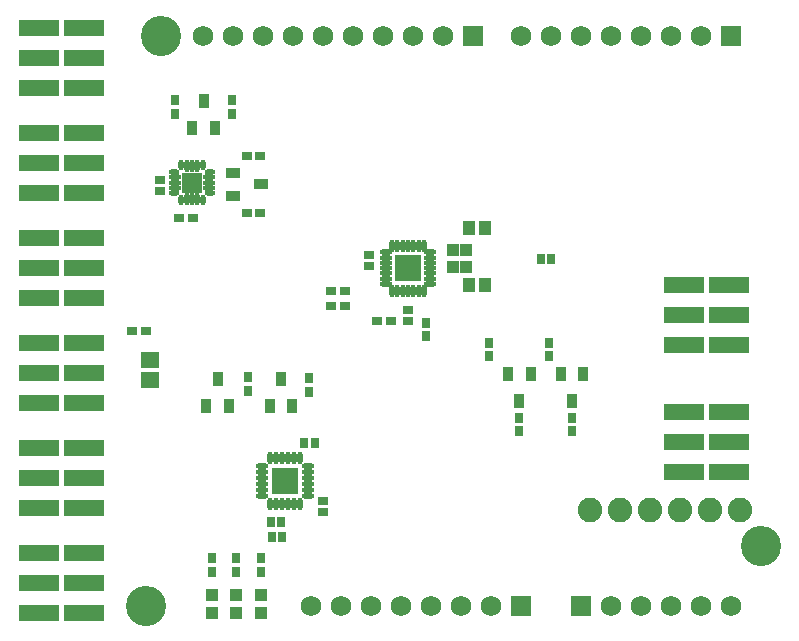
<source format=gts>
G04 Layer_Color=8388736*
%FSLAX25Y25*%
%MOIN*%
G70*
G01*
G75*
%ADD49R,0.13320X0.05800*%
%ADD50R,0.03753X0.03162*%
%ADD51R,0.03162X0.03753*%
%ADD52R,0.03359X0.04540*%
%ADD53R,0.03320X0.03162*%
%ADD54R,0.06115X0.05328*%
%ADD55R,0.04343X0.04737*%
%ADD56R,0.03162X0.03320*%
%ADD57R,0.03950X0.03950*%
%ADD58R,0.03910X0.04304*%
%ADD59O,0.01784X0.03556*%
%ADD60O,0.01784X0.04343*%
%ADD61O,0.03556X0.01784*%
%ADD62O,0.04343X0.01784*%
%ADD63R,0.06902X0.06902*%
%ADD64R,0.08674X0.08674*%
%ADD65O,0.01784X0.04147*%
%ADD66O,0.04147X0.01784*%
%ADD67R,0.04540X0.03359*%
%ADD68C,0.08200*%
%ADD69R,0.06800X0.06800*%
%ADD70C,0.06800*%
%ADD71C,0.13398*%
D49*
X234500Y74500D02*
D03*
X249500D02*
D03*
Y64500D02*
D03*
X234500D02*
D03*
X249500Y54500D02*
D03*
X234500D02*
D03*
Y117000D02*
D03*
X249500D02*
D03*
Y107000D02*
D03*
X234500D02*
D03*
X249500Y97000D02*
D03*
X234500D02*
D03*
X34500Y112500D02*
D03*
X19500D02*
D03*
Y122500D02*
D03*
X34500D02*
D03*
X19500Y132500D02*
D03*
X34500D02*
D03*
Y77500D02*
D03*
X19500D02*
D03*
Y87500D02*
D03*
X34500D02*
D03*
X19500Y97500D02*
D03*
X34500D02*
D03*
Y42500D02*
D03*
X19500D02*
D03*
Y52500D02*
D03*
X34500D02*
D03*
X19500Y62500D02*
D03*
X34500D02*
D03*
Y7500D02*
D03*
X19500D02*
D03*
Y17500D02*
D03*
X34500D02*
D03*
X19500Y27500D02*
D03*
X34500D02*
D03*
Y147500D02*
D03*
X19500D02*
D03*
Y157500D02*
D03*
X34500D02*
D03*
X19500Y167500D02*
D03*
X34500D02*
D03*
Y182500D02*
D03*
X19500D02*
D03*
Y192500D02*
D03*
X34500D02*
D03*
X19500Y202500D02*
D03*
X34500D02*
D03*
D50*
X88736Y140862D02*
D03*
X93264D02*
D03*
X132236Y104980D02*
D03*
X136764D02*
D03*
X55028Y101500D02*
D03*
X50500D02*
D03*
X70764Y139362D02*
D03*
X66236D02*
D03*
X116972Y109980D02*
D03*
X121500D02*
D03*
X116972Y114980D02*
D03*
X121500D02*
D03*
X93264Y159862D02*
D03*
X88736D02*
D03*
D51*
X85250Y21236D02*
D03*
Y25764D02*
D03*
X77000Y21236D02*
D03*
Y25764D02*
D03*
X64700Y178564D02*
D03*
Y174036D02*
D03*
X83900Y174036D02*
D03*
Y178564D02*
D03*
X148500Y104264D02*
D03*
Y99736D02*
D03*
X197157Y72681D02*
D03*
Y68154D02*
D03*
X179657Y72681D02*
D03*
Y68154D02*
D03*
X189657Y93154D02*
D03*
Y97681D02*
D03*
X169657Y93154D02*
D03*
Y97681D02*
D03*
X89000Y81709D02*
D03*
Y86236D02*
D03*
X109500Y81197D02*
D03*
Y85724D02*
D03*
X93500Y25764D02*
D03*
Y21236D02*
D03*
D52*
X74340Y178367D02*
D03*
X78080Y169312D02*
D03*
X70600D02*
D03*
X197157Y78154D02*
D03*
X193417Y87209D02*
D03*
X200897D02*
D03*
X179657Y78154D02*
D03*
X175917Y87209D02*
D03*
X183397D02*
D03*
X100240Y85528D02*
D03*
X103980Y76472D02*
D03*
X96500D02*
D03*
X79000Y85528D02*
D03*
X82740Y76472D02*
D03*
X75260D02*
D03*
D53*
X142500Y104980D02*
D03*
Y108445D02*
D03*
X59700Y148335D02*
D03*
Y151800D02*
D03*
X129600Y123280D02*
D03*
Y126745D02*
D03*
X114200Y41340D02*
D03*
Y44805D02*
D03*
D54*
X56500Y85055D02*
D03*
Y91945D02*
D03*
D55*
X162843Y116980D02*
D03*
X168157D02*
D03*
Y135980D02*
D03*
X162843D02*
D03*
D56*
X190232Y125500D02*
D03*
X186768D02*
D03*
X107900Y64272D02*
D03*
X111365D02*
D03*
X100232Y37972D02*
D03*
X96768D02*
D03*
X97000Y33000D02*
D03*
X100465D02*
D03*
D57*
X85250Y7547D02*
D03*
Y13453D02*
D03*
X77000Y7547D02*
D03*
Y13453D02*
D03*
X93500D02*
D03*
Y7547D02*
D03*
D58*
X161949Y122980D02*
D03*
Y128610D02*
D03*
X157500Y122980D02*
D03*
Y128610D02*
D03*
D59*
X74043Y156905D02*
D03*
X66957D02*
D03*
Y145095D02*
D03*
X74043D02*
D03*
D60*
X72272Y156512D02*
D03*
X70500D02*
D03*
X68728D02*
D03*
Y145488D02*
D03*
X70500D02*
D03*
X72272D02*
D03*
D61*
X64595Y154543D02*
D03*
Y147457D02*
D03*
X76406D02*
D03*
Y154543D02*
D03*
D62*
X64988Y152772D02*
D03*
Y151000D02*
D03*
Y149228D02*
D03*
X76012D02*
D03*
Y151000D02*
D03*
Y152772D02*
D03*
D63*
X70500Y151000D02*
D03*
D64*
X101500Y51472D02*
D03*
X142500Y122500D02*
D03*
D65*
X96579Y59051D02*
D03*
X98547D02*
D03*
X100516D02*
D03*
X102484D02*
D03*
X104453D02*
D03*
X106421D02*
D03*
Y43894D02*
D03*
X104453D02*
D03*
X102484D02*
D03*
X100516D02*
D03*
X98547D02*
D03*
X96579D02*
D03*
X147815Y115020D02*
D03*
X146043D02*
D03*
X144272D02*
D03*
X142500D02*
D03*
X140728D02*
D03*
X138957D02*
D03*
X137185D02*
D03*
Y129980D02*
D03*
X138957D02*
D03*
X140728D02*
D03*
X142500D02*
D03*
X144272D02*
D03*
X146043D02*
D03*
X147815D02*
D03*
D66*
X109079Y56394D02*
D03*
Y54425D02*
D03*
Y52457D02*
D03*
Y50488D02*
D03*
Y48520D02*
D03*
Y46551D02*
D03*
X93921D02*
D03*
Y48520D02*
D03*
Y50488D02*
D03*
Y52457D02*
D03*
Y54425D02*
D03*
Y56394D02*
D03*
X135020Y117185D02*
D03*
Y118957D02*
D03*
Y120728D02*
D03*
Y122500D02*
D03*
Y124272D02*
D03*
Y126043D02*
D03*
Y127815D02*
D03*
X149980D02*
D03*
Y126043D02*
D03*
Y124272D02*
D03*
Y122500D02*
D03*
Y120728D02*
D03*
Y118957D02*
D03*
Y117185D02*
D03*
D67*
X93367Y150400D02*
D03*
X84312Y146660D02*
D03*
Y154140D02*
D03*
D68*
X253000Y42000D02*
D03*
X243000D02*
D03*
X233000D02*
D03*
X223000D02*
D03*
X213000D02*
D03*
X203000D02*
D03*
D69*
X250000Y200000D02*
D03*
X200000Y10000D02*
D03*
X164000Y200000D02*
D03*
X180000Y10000D02*
D03*
D70*
X220000Y200000D02*
D03*
X210000D02*
D03*
X200000D02*
D03*
X190000D02*
D03*
X180000D02*
D03*
X240000D02*
D03*
X230000D02*
D03*
X250000Y10000D02*
D03*
X240000D02*
D03*
X230000D02*
D03*
X220000D02*
D03*
X210000D02*
D03*
X74000Y200000D02*
D03*
X84000D02*
D03*
X94000D02*
D03*
X104000D02*
D03*
X114000D02*
D03*
X124000D02*
D03*
X134000D02*
D03*
X144000D02*
D03*
X154000D02*
D03*
X160000Y10000D02*
D03*
X170000D02*
D03*
X110000D02*
D03*
X120000D02*
D03*
X130000D02*
D03*
X140000D02*
D03*
X150000D02*
D03*
D71*
X60000Y200000D02*
D03*
X55000Y10000D02*
D03*
X260000Y30000D02*
D03*
M02*

</source>
